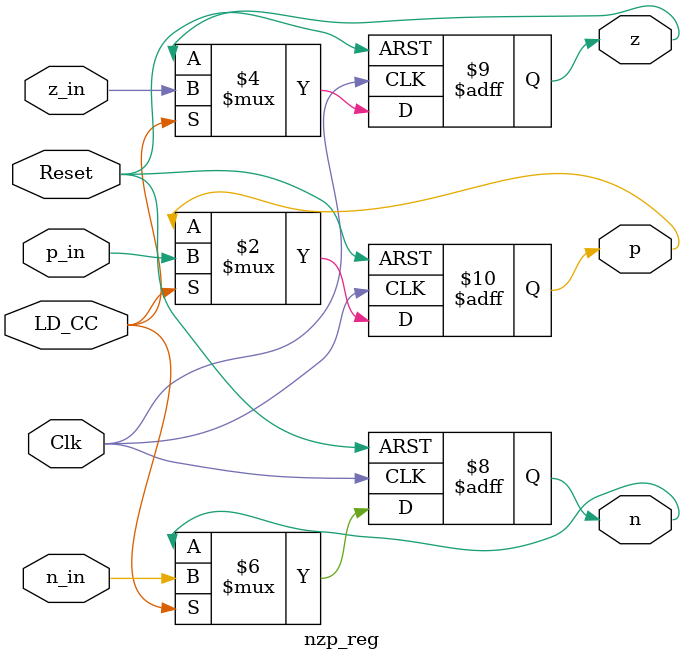
<source format=sv>
module nzp_reg
(
	input logic Clk, Reset, LD_CC,
	input logic n_in, z_in, p_in,
	output logic n, z, p
);

//asynchronous reset
always_ff @ (posedge Clk or posedge Reset)
	begin
		if (Reset) begin
			n <= 0; z <= 0; p <= 0;
		end
		else begin
			if (LD_CC) begin
				n <= n_in; z <= z_in; p <= p_in;
			end
		end
	end


endmodule

</source>
